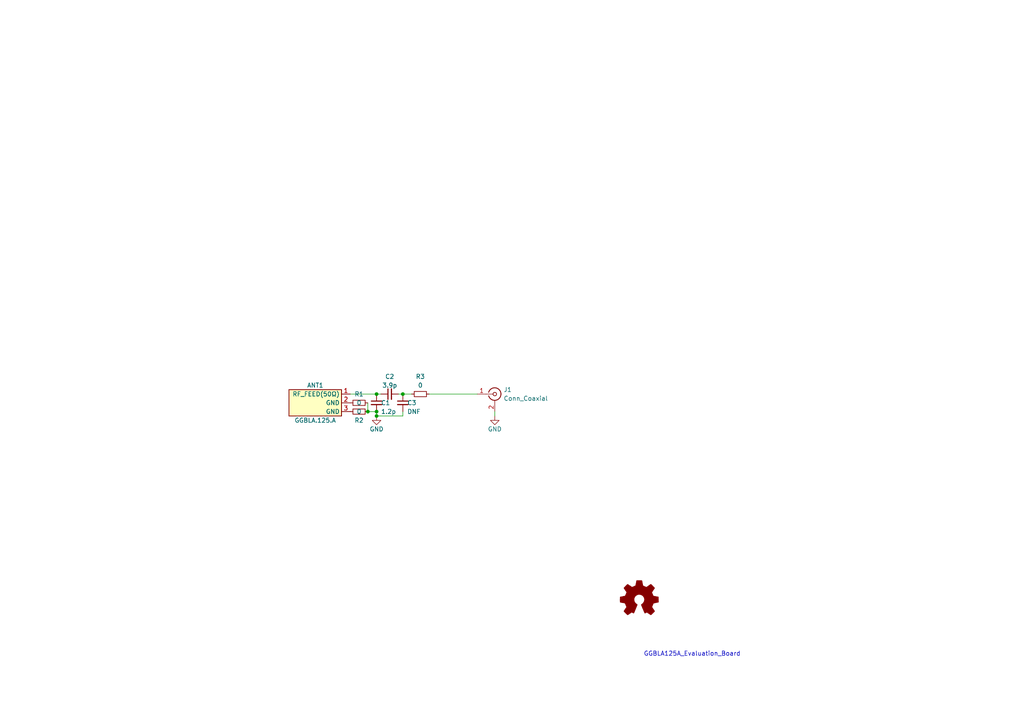
<source format=kicad_sch>
(kicad_sch (version 20211123) (generator eeschema)
  (paper "A4")
  (lib_symbols
    (symbol "Connector:Conn_Coaxial" (pin_names (offset 1.016) hide)
      (property "Reference" "J" (at 0.254 3.048 0))
      (property "Value" "Conn_Coaxial" (at 2.921 0 90))
      (symbol "Conn_Coaxial_0_1"
        (arc (start -1.778 -0.508) (mid 0.2311 -1.8066) (end 1.778 0) (stroke (width 0.254)))
        (polyline (pts (xy -2.54 0) (xy -0.508 0)))
        (polyline (pts (xy 0 -2.54) (xy 0 -1.778)))
        (circle (center 0 0) (radius 0.508) (stroke (width 0.2032)))
        (arc (start 1.778 0) (mid 0.2099 1.8101) (end -1.778 0.508) (stroke (width 0.254)))
      )
      (symbol "Conn_Coaxial_1_1"
        (pin passive line (at -5.08 0 0) (length 2.54) (name "In") (number "1"))
        (pin passive line (at 0 -5.08 90) (length 2.54) (name "Ext") (number "2"))
      )
    )
    (symbol "Device:C_Small" (pin_numbers hide) (pin_names (offset 0.254) hide)
      (property "Reference" "C" (at 0.254 1.778 0))
      (property "Value" "C_Small" (at 0.254 -2.032 0))
      (symbol "C_Small_0_1"
        (polyline (pts (xy -1.524 -0.508) (xy 1.524 -0.508)) (stroke (width 0.3302)))
        (polyline (pts (xy -1.524 0.508) (xy 1.524 0.508)) (stroke (width 0.3048)))
      )
      (symbol "C_Small_1_1"
        (pin passive line (at 0 2.54 270) (length 2.032) (name "~") (number "1"))
        (pin passive line (at 0 -2.54 90) (length 2.032) (name "~") (number "2"))
      )
    )
    (symbol "Device:R_Small" (pin_numbers hide) (pin_names (offset 0.254) hide)
      (property "Reference" "R" (at 0.762 0.508 0))
      (property "Value" "R_Small" (at 0.762 -1.016 0))
      (symbol "R_Small_0_1"
        (rectangle (start -0.762 1.778) (end 0.762 -1.778) (stroke (width 0.2032)))
      )
      (symbol "R_Small_1_1"
        (pin passive line (at 0 2.54 270) (length 0.762) (name "~") (number "1"))
        (pin passive line (at 0 -2.54 90) (length 0.762) (name "~") (number "2"))
      )
    )
    (symbol "GGBLA.125.A:GGBLA.125.A"
      (property "Reference" "ANT" (at 10.16 7.62 0))
      (property "Value" "GGBLA.125.A" (at 10.16 5.08 0))
      (symbol "GGBLA.125.A_1_1"
        (rectangle (start 2.54 3.81) (end 17.78 -3.81) (stroke (width 0.254)) (fill (type background)))
        (pin passive line (at 0 2.54 0) (length 2.54) (name "RF_FEED(50Ω)") (number "1"))
        (pin passive line (at 0 0 0) (length 2.54) (name "GND") (number "2"))
        (pin passive line (at 0 -2.54 0) (length 2.54) (name "GND") (number "3"))
      )
    )
    (symbol "Graphic:Logo_Open_Hardware_Small" (pin_names (offset 1.016))
      (symbol "Logo_Open_Hardware_Small_0_1"
        (polyline (pts (xy 3.3528 -4.3434) (xy 3.302 -4.318) (xy 3.175 -4.2418) (xy 2.9972 -4.1148) (xy 2.7686 -3.9624) (xy 2.54 -3.81) (xy 2.3622 -3.7084) (xy 2.2352 -3.6068) (xy 2.1844 -3.5814) (xy 2.159 -3.6068) (xy 2.0574 -3.6576) (xy 1.905 -3.7338) (xy 1.8034 -3.7846) (xy 1.6764 -3.8354) (xy 1.6002 -3.8354) (xy 1.6002 -3.8354) (xy 1.5494 -3.7338) (xy 1.4732 -3.5306) (xy 1.3462 -3.302) (xy 1.2446 -3.0226) (xy 1.1176 -2.7178) (xy 0.9652 -2.413) (xy 0.8636 -2.1082) (xy 0.7366 -1.8288) (xy 0.6604 -1.6256) (xy 0.6096 -1.4732) (xy 0.5842 -1.397) (xy 0.5842 -1.397) (xy 0.6604 -1.3208) (xy 0.7874 -1.2446) (xy 1.0414 -1.016) (xy 1.2954 -0.6858) (xy 1.4478 -0.3302) (xy 1.524 0.0762) (xy 1.4732 0.4572) (xy 1.3208 0.8128) (xy 1.0668 1.143) (xy 0.762 1.3716) (xy 0.4064 1.524) (xy 0 1.5748) (xy -0.381 1.5494) (xy -0.7366 1.397) (xy -1.0668 1.143) (xy -1.2192 0.9906) (xy -1.397 0.6604) (xy -1.524 0.3048) (xy -1.524 0.2286) (xy -1.4986 -0.1778) (xy -1.397 -0.5334) (xy -1.1938 -0.8636) (xy -0.9144 -1.143) (xy -0.8636 -1.1684) (xy -0.7366 -1.27) (xy -0.635 -1.3462) (xy -0.5842 -1.397) (xy -1.0668 -2.5908) (xy -1.143 -2.794) (xy -1.2954 -3.1242) (xy -1.397 -3.4036) (xy -1.4986 -3.6322) (xy -1.5748 -3.7846) (xy -1.6002 -3.8354) (xy -1.6002 -3.8354) (xy -1.651 -3.8354) (xy -1.7272 -3.81) (xy -1.905 -3.7338) (xy -2.0066 -3.683) (xy -2.1336 -3.6068) (xy -2.2098 -3.5814) (xy -2.2606 -3.6068) (xy -2.3622 -3.683) (xy -2.54 -3.81) (xy -2.7686 -3.9624) (xy -2.9718 -4.0894) (xy -3.1496 -4.2164) (xy -3.302 -4.318) (xy -3.3528 -4.3434) (xy -3.3782 -4.3434) (xy -3.429 -4.318) (xy -3.5306 -4.2164) (xy -3.7084 -4.064) (xy -3.937 -3.8354) (xy -3.9624 -3.81) (xy -4.1656 -3.6068) (xy -4.318 -3.4544) (xy -4.4196 -3.3274) (xy -4.445 -3.2766) (xy -4.445 -3.2766) (xy -4.4196 -3.2258) (xy -4.318 -3.0734) (xy -4.2164 -2.8956) (xy -4.064 -2.667) (xy -3.6576 -2.0828) (xy -3.8862 -1.5494) (xy -3.937 -1.3716) (xy -4.0386 -1.1684) (xy -4.0894 -1.0414) (xy -4.1148 -0.9652) (xy -4.191 -0.9398) (xy -4.318 -0.9144) (xy -4.5466 -0.8636) (xy -4.8006 -0.8128) (xy -5.0546 -0.7874) (xy -5.2578 -0.7366) (xy -5.4356 -0.7112) (xy -5.5118 -0.6858) (xy -5.5118 -0.6858) (xy -5.5372 -0.635) (xy -5.5372 -0.5588) (xy -5.5372 -0.4318) (xy -5.5626 -0.2286) (xy -5.5626 0.0762) (xy -5.5626 0.127) (xy -5.5372 0.4064) (xy -5.5372 0.635) (xy -5.5372 0.762) (xy -5.5372 0.8382) (xy -5.5372 0.8382) (xy -5.461 0.8382) (xy -5.3086 0.889) (xy -5.08 0.9144) (xy -4.826 0.9652) (xy -4.8006 0.9906) (xy -4.5466 1.0414) (xy -4.318 1.0668) (xy -4.1656 1.1176) (xy -4.0894 1.143) (xy -4.0894 1.143) (xy -4.0386 1.2446) (xy -3.9624 1.4224) (xy -3.8608 1.6256) (xy -3.7846 1.8288) (xy -3.7084 2.0066) (xy -3.6576 2.159) (xy -3.6322 2.2098) (xy -3.6322 2.2098) (xy -3.683 2.286) (xy -3.7592 2.413) (xy -3.8862 2.5908) (xy -4.064 2.8194) (xy -4.064 2.8448) (xy -4.2164 3.0734) (xy -4.3434 3.2512) (xy -4.4196 3.3782) (xy -4.445 3.4544) (xy -4.445 3.4544) (xy -4.3942 3.5052) (xy -4.2926 3.6322) (xy -4.1148 3.81) (xy -3.937 4.0132) (xy -3.8608 4.064) (xy -3.6576 4.2926) (xy -3.5052 4.4196) (xy -3.4036 4.4958) (xy -3.3528 4.5212) (xy -3.3528 4.5212) (xy -3.302 4.4704) (xy -3.1496 4.3688) (xy -2.9718 4.2418) (xy -2.7432 4.0894) (xy -2.7178 4.0894) (xy -2.4892 3.937) (xy -2.3114 3.81) (xy -2.1844 3.7084) (xy -2.1336 3.683) (xy -2.1082 3.683) (xy -2.032 3.7084) (xy -1.8542 3.7592) (xy -1.6764 3.8354) (xy -1.4732 3.937) (xy -1.27 4.0132) (xy -1.143 4.064) (xy -1.0668 4.1148) (xy -1.0668 4.1148) (xy -1.0414 4.191) (xy -1.016 4.3434) (xy -0.9652 4.572) (xy -0.9144 4.8514) (xy -0.889 4.9022) (xy -0.8382 5.1562) (xy -0.8128 5.3848) (xy -0.7874 5.5372) (xy -0.762 5.588) (xy -0.7112 5.6134) (xy -0.5842 5.6134) (xy -0.4064 5.6134) (xy -0.1524 5.6134) (xy 0.0762 5.6134) (xy 0.3302 5.6134) (xy 0.5334 5.6134) (xy 0.6858 5.588) (xy 0.7366 5.588) (xy 0.7366 5.588) (xy 0.762 5.5118) (xy 0.8128 5.334) (xy 0.8382 5.1054) (xy 0.9144 4.826) (xy 0.9144 4.7752) (xy 0.9652 4.5212) (xy 1.016 4.2926) (xy 1.0414 4.1402) (xy 1.0668 4.0894) (xy 1.0668 4.0894) (xy 1.1938 4.0386) (xy 1.3716 3.9624) (xy 1.5748 3.8608) (xy 2.0828 3.6576) (xy 2.7178 4.0894) (xy 2.7686 4.1402) (xy 2.9972 4.2926) (xy 3.175 4.4196) (xy 3.302 4.4958) (xy 3.3782 4.5212) (xy 3.3782 4.5212) (xy 3.429 4.4704) (xy 3.556 4.3434) (xy 3.7338 4.191) (xy 3.9116 3.9878) (xy 4.064 3.8354) (xy 4.2418 3.6576) (xy 4.3434 3.556) (xy 4.4196 3.4798) (xy 4.4196 3.429) (xy 4.4196 3.4036) (xy 4.3942 3.3274) (xy 4.2926 3.2004) (xy 4.1656 2.9972) (xy 4.0132 2.794) (xy 3.8862 2.5908) (xy 3.7592 2.3876) (xy 3.6576 2.2352) (xy 3.6322 2.159) (xy 3.6322 2.1336) (xy 3.683 2.0066) (xy 3.7592 1.8288) (xy 3.8608 1.6002) (xy 4.064 1.1176) (xy 4.3942 1.0414) (xy 4.5974 1.016) (xy 4.8768 0.9652) (xy 5.1308 0.9144) (xy 5.5372 0.8382) (xy 5.5626 -0.6604) (xy 5.4864 -0.6858) (xy 5.4356 -0.6858) (xy 5.2832 -0.7366) (xy 5.0546 -0.762) (xy 4.8006 -0.8128) (xy 4.5974 -0.8636) (xy 4.3688 -0.9144) (xy 4.2164 -0.9398) (xy 4.1402 -0.9398) (xy 4.1148 -0.9652) (xy 4.064 -1.0668) (xy 3.9878 -1.2446) (xy 3.9116 -1.4478) (xy 3.81 -1.651) (xy 3.7338 -1.8542) (xy 3.683 -2.0066) (xy 3.6576 -2.0828) (xy 3.683 -2.1336) (xy 3.7846 -2.2606) (xy 3.8862 -2.4638) (xy 4.0386 -2.667) (xy 4.191 -2.8956) (xy 4.318 -3.0734) (xy 4.3942 -3.2004) (xy 4.445 -3.2766) (xy 4.4196 -3.3274) (xy 4.3434 -3.429) (xy 4.1656 -3.5814) (xy 3.937 -3.8354) (xy 3.8862 -3.8608) (xy 3.683 -4.064) (xy 3.5306 -4.2164) (xy 3.4036 -4.318) (xy 3.3528 -4.3434)) (fill (type outline)))
      )
    )
    (symbol "power:GND" (power) (pin_names (offset 0))
      (property "Value" "GND" (at 0 -3.81 0))
      (symbol "GND_0_1"
        (polyline (pts (xy 0 0) (xy 0 -1.27) (xy 1.27 -1.27) (xy 0 -2.54) (xy -1.27 -1.27) (xy 0 -1.27)))
      )
      (symbol "GND_1_1"
        (pin power_in line (at 0 0 270) (length 0) hide (name "GND") (number "1"))
      )
    )
  )
  (junction (at 109.22 120.65))
  (junction (at 109.22 119.38))
  (junction (at 116.84 114.3))
  (junction (at 106.68 119.38))
  (junction (at 109.22 114.3))
  (wire (pts (xy 116.84 120.65) (xy 109.22 120.65)))
  (wire (pts (xy 115.57 114.3) (xy 116.84 114.3)))
  (wire (pts (xy 106.68 116.84) (xy 106.68 119.38)))
  (wire (pts (xy 109.22 114.3) (xy 110.49 114.3)))
  (wire (pts (xy 116.84 119.38) (xy 116.84 120.65)))
  (wire (pts (xy 116.84 114.3) (xy 119.38 114.3)))
  (wire (pts (xy 138.43 114.3) (xy 124.46 114.3)))
  (wire (pts (xy 106.68 119.38) (xy 109.22 119.38)))
  (wire (pts (xy 143.51 119.38) (xy 143.51 120.65)))
  (wire (pts (xy 101.6 114.3) (xy 109.22 114.3)))
  (wire (pts (xy 109.22 120.65) (xy 109.22 119.38)))
  (text "GGBLA125A_Evaluation_Board" (at 186.69 190.5 0) (effects (font (size 1.27 1.27)) (justify left bottom)))
  (symbol (lib_id "Graphic:Logo_Open_Hardware_Small") (at 185.42 173.99 0) (unit 1)
    (property "Reference" "#LOGO1" (effects hide))
    (property "Value" "Logo_Open_Hardware_Small" (effects hide))
  )
  (symbol (lib_id "Device:R_Small") (at 104.14 116.84 90) (unit 1)
    (property "Reference" "R1" (at 104.14 114.3 90))
    (property "Value" "0" (at 104.14 116.84 90))
    (property "Footprint" "Resistor_SMD:R_0402_1005Metric" (effects hide))
  )
  (symbol (lib_id "power:GND") (at 109.22 120.65 0) (mirror y) (unit 1)
    (property "Reference" "#PWR01" (effects hide))
    (property "Value" "GND" (at 109.22 124.46 0))
  )
  (symbol (lib_id "Device:R_Small") (at 104.14 119.38 90) (unit 1)
    (property "Reference" "R2" (at 104.14 121.92 90))
    (property "Value" "0" (at 104.14 119.38 90))
    (property "Footprint" "Resistor_SMD:R_0402_1005Metric" (effects hide))
  )
  (symbol (lib_id "Device:C_Small") (at 109.22 116.84 0) (unit 1)
    (property "Reference" "C1" (at 110.49 116.84 0) (effects (justify left)))
    (property "Value" "1.2p" (at 110.49 119.38 0) (effects (justify left)))
    (property "Footprint" "Capacitor_SMD:C_0402_1005Metric" (effects hide))
  )
  (symbol (lib_id "Device:C_Small") (at 116.84 116.84 0) (unit 1)
    (property "Reference" "C3" (at 118.11 116.84 0) (effects (justify left)))
    (property "Value" "DNF" (at 118.11 119.38 0) (effects (justify left)))
    (property "Footprint" "Capacitor_SMD:C_0402_1005Metric" (effects hide))
  )
  (symbol (lib_id "Device:C_Small") (at 113.03 114.3 90) (unit 1)
    (property "Reference" "C2" (at 113.03 109.22 90))
    (property "Value" "3.9p" (at 113.03 111.76 90))
    (property "Footprint" "Capacitor_SMD:C_0402_1005Metric" (effects hide))
  )
  (symbol (lib_id "power:GND") (at 143.51 120.65 0) (mirror y) (unit 1)
    (property "Reference" "#PWR02" (effects hide))
    (property "Value" "GND" (at 143.51 124.46 0))
  )
  (symbol (lib_id "Connector:Conn_Coaxial") (at 143.51 114.3 0) (unit 1)
    (property "Reference" "J1" (at 146.05 113.03 0) (effects (justify left)))
    (property "Value" "Conn_Coaxial" (at 146.05 115.57 0) (effects (justify left)))
    (property "Footprint" "Connector_Coaxial:SMA_Samtec_SMA-J-P-X-ST-EM1_EdgeMount" (effects hide))
    (property "Datasheet" " ~" (effects hide))
  )
  (symbol (lib_id "GGBLA.125.A:GGBLA.125.A") (at 101.6 116.84 0) (mirror y) (unit 1)
    (property "Reference" "ANT1" (at 91.44 111.76 0))
    (property "Value" "GGBLA.125.A" (at 91.44 121.92 0))
    (property "Footprint" "GGBLA.125.A:GGBLA.125.A" (effects hide))
    (property "Datasheet" "https://componentsearchengine.com/Datasheets/1/GGBLA.125.A.pdf" (effects hide))
    (property "Height" "1.5" (effects hide))
    (property "Manufacturer_Name" "Taoglas" (effects hide))
    (property "Manufacturer_Part_Number" "GGBLA.125.A" (effects hide))
    (property "Mouser Part Number" "960-GGBLA.125.A" (effects hide))
    (property "Mouser Price/Stock" "https://www.mouser.co.uk/ProductDetail/Taoglas/GGBLA125A?qs=P1JMDcb91o7M3V2B6%2FBWYg%3D%3D" (effects hide))
    (property "Arrow Part Number" "GGBLA.125.A" (effects hide))
    (property "Arrow Price/Stock" "https://www.arrow.com/en/products/ggbla.125.a/taoglas" (effects hide))
  )
  (symbol (lib_id "Device:R_Small") (at 121.92 114.3 90) (unit 1)
    (property "Reference" "R3" (at 121.92 109.22 90))
    (property "Value" "0" (at 121.92 111.76 90))
    (property "Footprint" "Resistor_SMD:R_0402_1005Metric" (effects hide))
  )
)
</source>
